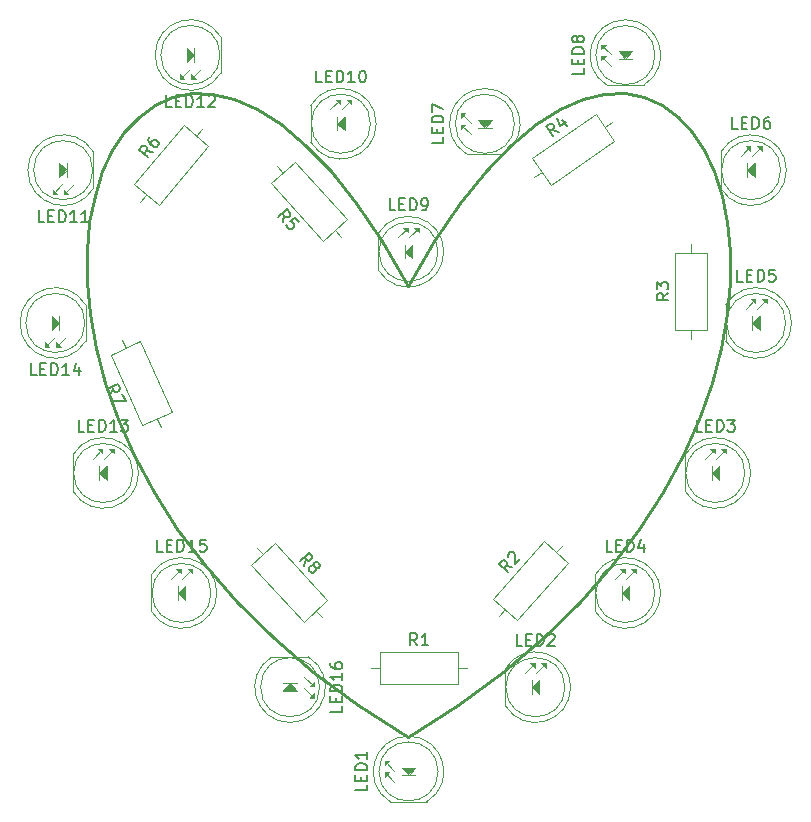
<source format=gbr>
%TF.GenerationSoftware,KiCad,Pcbnew,8.0.8*%
%TF.CreationDate,2025-02-15T13:56:50+02:00*%
%TF.ProjectId,Solder practice heart,536f6c64-6572-4207-9072-616374696365,rev?*%
%TF.SameCoordinates,Original*%
%TF.FileFunction,Legend,Top*%
%TF.FilePolarity,Positive*%
%FSLAX46Y46*%
G04 Gerber Fmt 4.6, Leading zero omitted, Abs format (unit mm)*
G04 Created by KiCad (PCBNEW 8.0.8) date 2025-02-15 13:56:50*
%MOMM*%
%LPD*%
G01*
G04 APERTURE LIST*
%ADD10C,0.245206*%
%ADD11C,0.150000*%
%ADD12C,0.120000*%
G04 APERTURE END LIST*
D10*
X173043584Y-74867158D02*
X174541579Y-75527430D01*
X175896908Y-76508513D01*
X177096601Y-77788023D01*
X178127688Y-79343580D01*
X178977201Y-81152800D01*
X179632168Y-83193302D01*
X180079621Y-85442704D01*
X180306590Y-87878623D01*
X180300105Y-90478678D01*
X180047197Y-93220486D01*
X179534895Y-96081665D01*
X178750231Y-99039833D01*
X177680235Y-102072609D01*
X176311936Y-105157609D01*
X174632366Y-108272452D01*
X172628555Y-111394755D01*
X170287532Y-114502137D01*
X167596329Y-117572216D01*
X164541976Y-120582609D01*
X161111503Y-123510934D01*
X157291940Y-126334809D01*
X153070318Y-129031852D01*
X148848696Y-126334809D01*
X145029133Y-123510934D01*
X141598659Y-120582609D01*
X138544306Y-117572216D01*
X135853103Y-114502137D01*
X133512080Y-111394755D01*
X131508269Y-108272452D01*
X129828699Y-105157609D01*
X128460400Y-102072609D01*
X127390404Y-99039833D01*
X126605740Y-96081665D01*
X126093438Y-93220486D01*
X125840530Y-90478678D01*
X125834045Y-87878623D01*
X126061014Y-85442704D01*
X126508467Y-83193302D01*
X127163434Y-81152800D01*
X128012947Y-79343580D01*
X129044034Y-77788023D01*
X130243727Y-76508513D01*
X131599056Y-75527430D01*
X133097051Y-74867158D01*
X134724742Y-74550078D01*
X136469161Y-74598572D01*
X138317336Y-75035023D01*
X140256300Y-75881813D01*
X142273081Y-77161324D01*
X144354710Y-78895937D01*
X146488218Y-81108035D01*
X148660635Y-83820000D01*
X150858992Y-87054215D01*
X153070318Y-90833060D01*
X155281644Y-87054215D01*
X157480000Y-83820000D01*
X159652417Y-81108035D01*
X161785925Y-78895937D01*
X163867555Y-77161324D01*
X165884336Y-75881813D01*
X167823299Y-75035023D01*
X169671475Y-74598572D01*
X171415893Y-74550078D01*
X173043584Y-74867158D01*
D11*
X131420368Y-79511125D02*
X130841323Y-79460384D01*
X131053061Y-79948865D02*
X130287016Y-79306077D01*
X130287016Y-79306077D02*
X130531888Y-79014251D01*
X130531888Y-79014251D02*
X130629584Y-78971903D01*
X130629584Y-78971903D02*
X130696671Y-78966034D01*
X130696671Y-78966034D02*
X130800237Y-78990773D01*
X130800237Y-78990773D02*
X130909672Y-79082600D01*
X130909672Y-79082600D02*
X130952020Y-79180296D01*
X130952020Y-79180296D02*
X130957889Y-79247384D01*
X130957889Y-79247384D02*
X130933149Y-79350949D01*
X130933149Y-79350949D02*
X130688278Y-79642776D01*
X131205285Y-78211728D02*
X131082849Y-78357641D01*
X131082849Y-78357641D02*
X131058109Y-78461207D01*
X131058109Y-78461207D02*
X131063979Y-78528294D01*
X131063979Y-78528294D02*
X131112196Y-78693078D01*
X131112196Y-78693078D02*
X131227500Y-78851992D01*
X131227500Y-78851992D02*
X131519326Y-79096863D01*
X131519326Y-79096863D02*
X131622892Y-79121603D01*
X131622892Y-79121603D02*
X131689979Y-79115733D01*
X131689979Y-79115733D02*
X131787675Y-79073386D01*
X131787675Y-79073386D02*
X131910111Y-78927472D01*
X131910111Y-78927472D02*
X131934851Y-78823907D01*
X131934851Y-78823907D02*
X131928981Y-78756820D01*
X131928981Y-78756820D02*
X131886634Y-78659123D01*
X131886634Y-78659123D02*
X131704242Y-78506079D01*
X131704242Y-78506079D02*
X131600677Y-78481339D01*
X131600677Y-78481339D02*
X131533589Y-78487209D01*
X131533589Y-78487209D02*
X131435893Y-78529556D01*
X131435893Y-78529556D02*
X131313457Y-78675469D01*
X131313457Y-78675469D02*
X131288718Y-78779035D01*
X131288718Y-78779035D02*
X131294587Y-78846122D01*
X131294587Y-78846122D02*
X131336935Y-78943818D01*
X147479805Y-126408582D02*
X147479805Y-126884772D01*
X147479805Y-126884772D02*
X146479805Y-126884772D01*
X146955995Y-126075248D02*
X146955995Y-125741915D01*
X147479805Y-125599058D02*
X147479805Y-126075248D01*
X147479805Y-126075248D02*
X146479805Y-126075248D01*
X146479805Y-126075248D02*
X146479805Y-125599058D01*
X147479805Y-125170486D02*
X146479805Y-125170486D01*
X146479805Y-125170486D02*
X146479805Y-124932391D01*
X146479805Y-124932391D02*
X146527424Y-124789534D01*
X146527424Y-124789534D02*
X146622662Y-124694296D01*
X146622662Y-124694296D02*
X146717900Y-124646677D01*
X146717900Y-124646677D02*
X146908376Y-124599058D01*
X146908376Y-124599058D02*
X147051233Y-124599058D01*
X147051233Y-124599058D02*
X147241709Y-124646677D01*
X147241709Y-124646677D02*
X147336947Y-124694296D01*
X147336947Y-124694296D02*
X147432186Y-124789534D01*
X147432186Y-124789534D02*
X147479805Y-124932391D01*
X147479805Y-124932391D02*
X147479805Y-125170486D01*
X147479805Y-123646677D02*
X147479805Y-124218105D01*
X147479805Y-123932391D02*
X146479805Y-123932391D01*
X146479805Y-123932391D02*
X146622662Y-124027629D01*
X146622662Y-124027629D02*
X146717900Y-124122867D01*
X146717900Y-124122867D02*
X146765519Y-124218105D01*
X146479805Y-122789534D02*
X146479805Y-122980010D01*
X146479805Y-122980010D02*
X146527424Y-123075248D01*
X146527424Y-123075248D02*
X146575043Y-123122867D01*
X146575043Y-123122867D02*
X146717900Y-123218105D01*
X146717900Y-123218105D02*
X146908376Y-123265724D01*
X146908376Y-123265724D02*
X147289328Y-123265724D01*
X147289328Y-123265724D02*
X147384566Y-123218105D01*
X147384566Y-123218105D02*
X147432186Y-123170486D01*
X147432186Y-123170486D02*
X147479805Y-123075248D01*
X147479805Y-123075248D02*
X147479805Y-122884772D01*
X147479805Y-122884772D02*
X147432186Y-122789534D01*
X147432186Y-122789534D02*
X147384566Y-122741915D01*
X147384566Y-122741915D02*
X147289328Y-122694296D01*
X147289328Y-122694296D02*
X147051233Y-122694296D01*
X147051233Y-122694296D02*
X146955995Y-122741915D01*
X146955995Y-122741915D02*
X146908376Y-122789534D01*
X146908376Y-122789534D02*
X146860757Y-122884772D01*
X146860757Y-122884772D02*
X146860757Y-123075248D01*
X146860757Y-123075248D02*
X146908376Y-123170486D01*
X146908376Y-123170486D02*
X146955995Y-123218105D01*
X146955995Y-123218105D02*
X147051233Y-123265724D01*
X133029761Y-75706332D02*
X132553571Y-75706332D01*
X132553571Y-75706332D02*
X132553571Y-74706332D01*
X133363095Y-75182522D02*
X133696428Y-75182522D01*
X133839285Y-75706332D02*
X133363095Y-75706332D01*
X133363095Y-75706332D02*
X133363095Y-74706332D01*
X133363095Y-74706332D02*
X133839285Y-74706332D01*
X134267857Y-75706332D02*
X134267857Y-74706332D01*
X134267857Y-74706332D02*
X134505952Y-74706332D01*
X134505952Y-74706332D02*
X134648809Y-74753951D01*
X134648809Y-74753951D02*
X134744047Y-74849189D01*
X134744047Y-74849189D02*
X134791666Y-74944427D01*
X134791666Y-74944427D02*
X134839285Y-75134903D01*
X134839285Y-75134903D02*
X134839285Y-75277760D01*
X134839285Y-75277760D02*
X134791666Y-75468236D01*
X134791666Y-75468236D02*
X134744047Y-75563474D01*
X134744047Y-75563474D02*
X134648809Y-75658713D01*
X134648809Y-75658713D02*
X134505952Y-75706332D01*
X134505952Y-75706332D02*
X134267857Y-75706332D01*
X135791666Y-75706332D02*
X135220238Y-75706332D01*
X135505952Y-75706332D02*
X135505952Y-74706332D01*
X135505952Y-74706332D02*
X135410714Y-74849189D01*
X135410714Y-74849189D02*
X135315476Y-74944427D01*
X135315476Y-74944427D02*
X135220238Y-74992046D01*
X136172619Y-74801570D02*
X136220238Y-74753951D01*
X136220238Y-74753951D02*
X136315476Y-74706332D01*
X136315476Y-74706332D02*
X136553571Y-74706332D01*
X136553571Y-74706332D02*
X136648809Y-74753951D01*
X136648809Y-74753951D02*
X136696428Y-74801570D01*
X136696428Y-74801570D02*
X136744047Y-74896808D01*
X136744047Y-74896808D02*
X136744047Y-74992046D01*
X136744047Y-74992046D02*
X136696428Y-75134903D01*
X136696428Y-75134903D02*
X136125000Y-75706332D01*
X136125000Y-75706332D02*
X136744047Y-75706332D01*
X161892875Y-114643646D02*
X161315953Y-114572727D01*
X161510515Y-115068300D02*
X160767370Y-114399170D01*
X160767370Y-114399170D02*
X161022277Y-114116067D01*
X161022277Y-114116067D02*
X161121392Y-114077154D01*
X161121392Y-114077154D02*
X161188643Y-114073630D01*
X161188643Y-114073630D02*
X161291282Y-114101969D01*
X161291282Y-114101969D02*
X161397446Y-114197559D01*
X161397446Y-114197559D02*
X161436358Y-114296673D01*
X161436358Y-114296673D02*
X161439882Y-114363925D01*
X161439882Y-114363925D02*
X161411544Y-114466564D01*
X161411544Y-114466564D02*
X161156637Y-114749667D01*
X161475413Y-113755139D02*
X161471889Y-113687888D01*
X161471889Y-113687888D02*
X161500228Y-113585249D01*
X161500228Y-113585249D02*
X161659544Y-113408310D01*
X161659544Y-113408310D02*
X161758659Y-113369397D01*
X161758659Y-113369397D02*
X161825910Y-113365873D01*
X161825910Y-113365873D02*
X161928549Y-113394212D01*
X161928549Y-113394212D02*
X161999325Y-113457939D01*
X161999325Y-113457939D02*
X162073625Y-113588916D01*
X162073625Y-113588916D02*
X162115919Y-114395931D01*
X162115919Y-114395931D02*
X162530143Y-113935889D01*
X127813509Y-100084707D02*
X128112952Y-99586508D01*
X127581088Y-99562681D02*
X128494634Y-99155944D01*
X128494634Y-99155944D02*
X128649581Y-99503962D01*
X128649581Y-99503962D02*
X128644816Y-99610334D01*
X128644816Y-99610334D02*
X128620682Y-99673205D01*
X128620682Y-99673205D02*
X128553046Y-99755444D01*
X128553046Y-99755444D02*
X128422540Y-99813549D01*
X128422540Y-99813549D02*
X128316167Y-99808784D01*
X128316167Y-99808784D02*
X128253296Y-99784650D01*
X128253296Y-99784650D02*
X128171057Y-99717014D01*
X128171057Y-99717014D02*
X128016110Y-99368997D01*
X128862634Y-99982485D02*
X129133791Y-100591516D01*
X129133791Y-100591516D02*
X128045930Y-100606733D01*
X132277533Y-113334819D02*
X131801343Y-113334819D01*
X131801343Y-113334819D02*
X131801343Y-112334819D01*
X132610867Y-112811009D02*
X132944200Y-112811009D01*
X133087057Y-113334819D02*
X132610867Y-113334819D01*
X132610867Y-113334819D02*
X132610867Y-112334819D01*
X132610867Y-112334819D02*
X133087057Y-112334819D01*
X133515629Y-113334819D02*
X133515629Y-112334819D01*
X133515629Y-112334819D02*
X133753724Y-112334819D01*
X133753724Y-112334819D02*
X133896581Y-112382438D01*
X133896581Y-112382438D02*
X133991819Y-112477676D01*
X133991819Y-112477676D02*
X134039438Y-112572914D01*
X134039438Y-112572914D02*
X134087057Y-112763390D01*
X134087057Y-112763390D02*
X134087057Y-112906247D01*
X134087057Y-112906247D02*
X134039438Y-113096723D01*
X134039438Y-113096723D02*
X133991819Y-113191961D01*
X133991819Y-113191961D02*
X133896581Y-113287200D01*
X133896581Y-113287200D02*
X133753724Y-113334819D01*
X133753724Y-113334819D02*
X133515629Y-113334819D01*
X135039438Y-113334819D02*
X134468010Y-113334819D01*
X134753724Y-113334819D02*
X134753724Y-112334819D01*
X134753724Y-112334819D02*
X134658486Y-112477676D01*
X134658486Y-112477676D02*
X134563248Y-112572914D01*
X134563248Y-112572914D02*
X134468010Y-112620533D01*
X135944200Y-112334819D02*
X135468010Y-112334819D01*
X135468010Y-112334819D02*
X135420391Y-112811009D01*
X135420391Y-112811009D02*
X135468010Y-112763390D01*
X135468010Y-112763390D02*
X135563248Y-112715771D01*
X135563248Y-112715771D02*
X135801343Y-112715771D01*
X135801343Y-112715771D02*
X135896581Y-112763390D01*
X135896581Y-112763390D02*
X135944200Y-112811009D01*
X135944200Y-112811009D02*
X135991819Y-112906247D01*
X135991819Y-112906247D02*
X135991819Y-113144342D01*
X135991819Y-113144342D02*
X135944200Y-113239580D01*
X135944200Y-113239580D02*
X135896581Y-113287200D01*
X135896581Y-113287200D02*
X135801343Y-113334819D01*
X135801343Y-113334819D02*
X135563248Y-113334819D01*
X135563248Y-113334819D02*
X135468010Y-113287200D01*
X135468010Y-113287200D02*
X135420391Y-113239580D01*
X170330952Y-113334819D02*
X169854762Y-113334819D01*
X169854762Y-113334819D02*
X169854762Y-112334819D01*
X170664286Y-112811009D02*
X170997619Y-112811009D01*
X171140476Y-113334819D02*
X170664286Y-113334819D01*
X170664286Y-113334819D02*
X170664286Y-112334819D01*
X170664286Y-112334819D02*
X171140476Y-112334819D01*
X171569048Y-113334819D02*
X171569048Y-112334819D01*
X171569048Y-112334819D02*
X171807143Y-112334819D01*
X171807143Y-112334819D02*
X171950000Y-112382438D01*
X171950000Y-112382438D02*
X172045238Y-112477676D01*
X172045238Y-112477676D02*
X172092857Y-112572914D01*
X172092857Y-112572914D02*
X172140476Y-112763390D01*
X172140476Y-112763390D02*
X172140476Y-112906247D01*
X172140476Y-112906247D02*
X172092857Y-113096723D01*
X172092857Y-113096723D02*
X172045238Y-113191961D01*
X172045238Y-113191961D02*
X171950000Y-113287200D01*
X171950000Y-113287200D02*
X171807143Y-113334819D01*
X171807143Y-113334819D02*
X171569048Y-113334819D01*
X172997619Y-112668152D02*
X172997619Y-113334819D01*
X172759524Y-112287200D02*
X172521429Y-113001485D01*
X172521429Y-113001485D02*
X173140476Y-113001485D01*
X151969668Y-84441515D02*
X151493478Y-84441515D01*
X151493478Y-84441515D02*
X151493478Y-83441515D01*
X152303002Y-83917705D02*
X152636335Y-83917705D01*
X152779192Y-84441515D02*
X152303002Y-84441515D01*
X152303002Y-84441515D02*
X152303002Y-83441515D01*
X152303002Y-83441515D02*
X152779192Y-83441515D01*
X153207764Y-84441515D02*
X153207764Y-83441515D01*
X153207764Y-83441515D02*
X153445859Y-83441515D01*
X153445859Y-83441515D02*
X153588716Y-83489134D01*
X153588716Y-83489134D02*
X153683954Y-83584372D01*
X153683954Y-83584372D02*
X153731573Y-83679610D01*
X153731573Y-83679610D02*
X153779192Y-83870086D01*
X153779192Y-83870086D02*
X153779192Y-84012943D01*
X153779192Y-84012943D02*
X153731573Y-84203419D01*
X153731573Y-84203419D02*
X153683954Y-84298657D01*
X153683954Y-84298657D02*
X153588716Y-84393896D01*
X153588716Y-84393896D02*
X153445859Y-84441515D01*
X153445859Y-84441515D02*
X153207764Y-84441515D01*
X154255383Y-84441515D02*
X154445859Y-84441515D01*
X154445859Y-84441515D02*
X154541097Y-84393896D01*
X154541097Y-84393896D02*
X154588716Y-84346276D01*
X154588716Y-84346276D02*
X154683954Y-84203419D01*
X154683954Y-84203419D02*
X154731573Y-84012943D01*
X154731573Y-84012943D02*
X154731573Y-83631991D01*
X154731573Y-83631991D02*
X154683954Y-83536753D01*
X154683954Y-83536753D02*
X154636335Y-83489134D01*
X154636335Y-83489134D02*
X154541097Y-83441515D01*
X154541097Y-83441515D02*
X154350621Y-83441515D01*
X154350621Y-83441515D02*
X154255383Y-83489134D01*
X154255383Y-83489134D02*
X154207764Y-83536753D01*
X154207764Y-83536753D02*
X154160145Y-83631991D01*
X154160145Y-83631991D02*
X154160145Y-83870086D01*
X154160145Y-83870086D02*
X154207764Y-83965324D01*
X154207764Y-83965324D02*
X154255383Y-84012943D01*
X154255383Y-84012943D02*
X154350621Y-84060562D01*
X154350621Y-84060562D02*
X154541097Y-84060562D01*
X154541097Y-84060562D02*
X154636335Y-84012943D01*
X154636335Y-84012943D02*
X154683954Y-83965324D01*
X154683954Y-83965324D02*
X154731573Y-83870086D01*
X177950952Y-103174819D02*
X177474762Y-103174819D01*
X177474762Y-103174819D02*
X177474762Y-102174819D01*
X178284286Y-102651009D02*
X178617619Y-102651009D01*
X178760476Y-103174819D02*
X178284286Y-103174819D01*
X178284286Y-103174819D02*
X178284286Y-102174819D01*
X178284286Y-102174819D02*
X178760476Y-102174819D01*
X179189048Y-103174819D02*
X179189048Y-102174819D01*
X179189048Y-102174819D02*
X179427143Y-102174819D01*
X179427143Y-102174819D02*
X179570000Y-102222438D01*
X179570000Y-102222438D02*
X179665238Y-102317676D01*
X179665238Y-102317676D02*
X179712857Y-102412914D01*
X179712857Y-102412914D02*
X179760476Y-102603390D01*
X179760476Y-102603390D02*
X179760476Y-102746247D01*
X179760476Y-102746247D02*
X179712857Y-102936723D01*
X179712857Y-102936723D02*
X179665238Y-103031961D01*
X179665238Y-103031961D02*
X179570000Y-103127200D01*
X179570000Y-103127200D02*
X179427143Y-103174819D01*
X179427143Y-103174819D02*
X179189048Y-103174819D01*
X180093810Y-102174819D02*
X180712857Y-102174819D01*
X180712857Y-102174819D02*
X180379524Y-102555771D01*
X180379524Y-102555771D02*
X180522381Y-102555771D01*
X180522381Y-102555771D02*
X180617619Y-102603390D01*
X180617619Y-102603390D02*
X180665238Y-102651009D01*
X180665238Y-102651009D02*
X180712857Y-102746247D01*
X180712857Y-102746247D02*
X180712857Y-102984342D01*
X180712857Y-102984342D02*
X180665238Y-103079580D01*
X180665238Y-103079580D02*
X180617619Y-103127200D01*
X180617619Y-103127200D02*
X180522381Y-103174819D01*
X180522381Y-103174819D02*
X180236667Y-103174819D01*
X180236667Y-103174819D02*
X180141429Y-103127200D01*
X180141429Y-103127200D02*
X180093810Y-103079580D01*
X181404630Y-90474819D02*
X180928440Y-90474819D01*
X180928440Y-90474819D02*
X180928440Y-89474819D01*
X181737964Y-89951009D02*
X182071297Y-89951009D01*
X182214154Y-90474819D02*
X181737964Y-90474819D01*
X181737964Y-90474819D02*
X181737964Y-89474819D01*
X181737964Y-89474819D02*
X182214154Y-89474819D01*
X182642726Y-90474819D02*
X182642726Y-89474819D01*
X182642726Y-89474819D02*
X182880821Y-89474819D01*
X182880821Y-89474819D02*
X183023678Y-89522438D01*
X183023678Y-89522438D02*
X183118916Y-89617676D01*
X183118916Y-89617676D02*
X183166535Y-89712914D01*
X183166535Y-89712914D02*
X183214154Y-89903390D01*
X183214154Y-89903390D02*
X183214154Y-90046247D01*
X183214154Y-90046247D02*
X183166535Y-90236723D01*
X183166535Y-90236723D02*
X183118916Y-90331961D01*
X183118916Y-90331961D02*
X183023678Y-90427200D01*
X183023678Y-90427200D02*
X182880821Y-90474819D01*
X182880821Y-90474819D02*
X182642726Y-90474819D01*
X184118916Y-89474819D02*
X183642726Y-89474819D01*
X183642726Y-89474819D02*
X183595107Y-89951009D01*
X183595107Y-89951009D02*
X183642726Y-89903390D01*
X183642726Y-89903390D02*
X183737964Y-89855771D01*
X183737964Y-89855771D02*
X183976059Y-89855771D01*
X183976059Y-89855771D02*
X184071297Y-89903390D01*
X184071297Y-89903390D02*
X184118916Y-89951009D01*
X184118916Y-89951009D02*
X184166535Y-90046247D01*
X184166535Y-90046247D02*
X184166535Y-90284342D01*
X184166535Y-90284342D02*
X184118916Y-90379580D01*
X184118916Y-90379580D02*
X184071297Y-90427200D01*
X184071297Y-90427200D02*
X183976059Y-90474819D01*
X183976059Y-90474819D02*
X183737964Y-90474819D01*
X183737964Y-90474819D02*
X183642726Y-90427200D01*
X183642726Y-90427200D02*
X183595107Y-90379580D01*
X167949819Y-72415560D02*
X167949819Y-72891750D01*
X167949819Y-72891750D02*
X166949819Y-72891750D01*
X167426009Y-72082226D02*
X167426009Y-71748893D01*
X167949819Y-71606036D02*
X167949819Y-72082226D01*
X167949819Y-72082226D02*
X166949819Y-72082226D01*
X166949819Y-72082226D02*
X166949819Y-71606036D01*
X167949819Y-71177464D02*
X166949819Y-71177464D01*
X166949819Y-71177464D02*
X166949819Y-70939369D01*
X166949819Y-70939369D02*
X166997438Y-70796512D01*
X166997438Y-70796512D02*
X167092676Y-70701274D01*
X167092676Y-70701274D02*
X167187914Y-70653655D01*
X167187914Y-70653655D02*
X167378390Y-70606036D01*
X167378390Y-70606036D02*
X167521247Y-70606036D01*
X167521247Y-70606036D02*
X167711723Y-70653655D01*
X167711723Y-70653655D02*
X167806961Y-70701274D01*
X167806961Y-70701274D02*
X167902200Y-70796512D01*
X167902200Y-70796512D02*
X167949819Y-70939369D01*
X167949819Y-70939369D02*
X167949819Y-71177464D01*
X167378390Y-70034607D02*
X167330771Y-70129845D01*
X167330771Y-70129845D02*
X167283152Y-70177464D01*
X167283152Y-70177464D02*
X167187914Y-70225083D01*
X167187914Y-70225083D02*
X167140295Y-70225083D01*
X167140295Y-70225083D02*
X167045057Y-70177464D01*
X167045057Y-70177464D02*
X166997438Y-70129845D01*
X166997438Y-70129845D02*
X166949819Y-70034607D01*
X166949819Y-70034607D02*
X166949819Y-69844131D01*
X166949819Y-69844131D02*
X166997438Y-69748893D01*
X166997438Y-69748893D02*
X167045057Y-69701274D01*
X167045057Y-69701274D02*
X167140295Y-69653655D01*
X167140295Y-69653655D02*
X167187914Y-69653655D01*
X167187914Y-69653655D02*
X167283152Y-69701274D01*
X167283152Y-69701274D02*
X167330771Y-69748893D01*
X167330771Y-69748893D02*
X167378390Y-69844131D01*
X167378390Y-69844131D02*
X167378390Y-70034607D01*
X167378390Y-70034607D02*
X167426009Y-70129845D01*
X167426009Y-70129845D02*
X167473628Y-70177464D01*
X167473628Y-70177464D02*
X167568866Y-70225083D01*
X167568866Y-70225083D02*
X167759342Y-70225083D01*
X167759342Y-70225083D02*
X167854580Y-70177464D01*
X167854580Y-70177464D02*
X167902200Y-70129845D01*
X167902200Y-70129845D02*
X167949819Y-70034607D01*
X167949819Y-70034607D02*
X167949819Y-69844131D01*
X167949819Y-69844131D02*
X167902200Y-69748893D01*
X167902200Y-69748893D02*
X167854580Y-69701274D01*
X167854580Y-69701274D02*
X167759342Y-69653655D01*
X167759342Y-69653655D02*
X167568866Y-69653655D01*
X167568866Y-69653655D02*
X167473628Y-69701274D01*
X167473628Y-69701274D02*
X167426009Y-69748893D01*
X167426009Y-69748893D02*
X167378390Y-69844131D01*
X144281994Y-114520536D02*
X144402925Y-113951991D01*
X143892280Y-114102620D02*
X144623634Y-113420622D01*
X144623634Y-113420622D02*
X144883443Y-113699233D01*
X144883443Y-113699233D02*
X144913569Y-113801361D01*
X144913569Y-113801361D02*
X144911219Y-113868664D01*
X144911219Y-113868664D02*
X144874042Y-113968442D01*
X144874042Y-113968442D02*
X144769563Y-114065871D01*
X144769563Y-114065871D02*
X144667434Y-114095997D01*
X144667434Y-114095997D02*
X144600132Y-114093646D01*
X144600132Y-114093646D02*
X144500353Y-114056470D01*
X144500353Y-114056470D02*
X144240544Y-113777859D01*
X145089624Y-114548739D02*
X145059498Y-114446611D01*
X145059498Y-114446611D02*
X145061848Y-114379308D01*
X145061848Y-114379308D02*
X145099025Y-114279530D01*
X145099025Y-114279530D02*
X145133851Y-114247053D01*
X145133851Y-114247053D02*
X145235980Y-114216928D01*
X145235980Y-114216928D02*
X145303282Y-114219278D01*
X145303282Y-114219278D02*
X145403061Y-114256454D01*
X145403061Y-114256454D02*
X145532965Y-114395760D01*
X145532965Y-114395760D02*
X145563091Y-114497889D01*
X145563091Y-114497889D02*
X145560741Y-114565191D01*
X145560741Y-114565191D02*
X145523564Y-114664970D01*
X145523564Y-114664970D02*
X145488738Y-114697446D01*
X145488738Y-114697446D02*
X145386609Y-114727572D01*
X145386609Y-114727572D02*
X145319307Y-114725222D01*
X145319307Y-114725222D02*
X145219528Y-114688045D01*
X145219528Y-114688045D02*
X145089624Y-114548739D01*
X145089624Y-114548739D02*
X144989845Y-114511563D01*
X144989845Y-114511563D02*
X144922543Y-114509213D01*
X144922543Y-114509213D02*
X144820414Y-114539338D01*
X144820414Y-114539338D02*
X144681108Y-114669243D01*
X144681108Y-114669243D02*
X144643932Y-114769021D01*
X144643932Y-114769021D02*
X144641581Y-114836324D01*
X144641581Y-114836324D02*
X144671707Y-114938453D01*
X144671707Y-114938453D02*
X144801612Y-115077758D01*
X144801612Y-115077758D02*
X144901390Y-115114935D01*
X144901390Y-115114935D02*
X144968693Y-115117285D01*
X144968693Y-115117285D02*
X145070822Y-115087159D01*
X145070822Y-115087159D02*
X145210127Y-114957255D01*
X145210127Y-114957255D02*
X145247304Y-114857476D01*
X145247304Y-114857476D02*
X145249654Y-114790174D01*
X145249654Y-114790174D02*
X145219528Y-114688045D01*
X122257123Y-85457708D02*
X121780933Y-85457708D01*
X121780933Y-85457708D02*
X121780933Y-84457708D01*
X122590457Y-84933898D02*
X122923790Y-84933898D01*
X123066647Y-85457708D02*
X122590457Y-85457708D01*
X122590457Y-85457708D02*
X122590457Y-84457708D01*
X122590457Y-84457708D02*
X123066647Y-84457708D01*
X123495219Y-85457708D02*
X123495219Y-84457708D01*
X123495219Y-84457708D02*
X123733314Y-84457708D01*
X123733314Y-84457708D02*
X123876171Y-84505327D01*
X123876171Y-84505327D02*
X123971409Y-84600565D01*
X123971409Y-84600565D02*
X124019028Y-84695803D01*
X124019028Y-84695803D02*
X124066647Y-84886279D01*
X124066647Y-84886279D02*
X124066647Y-85029136D01*
X124066647Y-85029136D02*
X124019028Y-85219612D01*
X124019028Y-85219612D02*
X123971409Y-85314850D01*
X123971409Y-85314850D02*
X123876171Y-85410089D01*
X123876171Y-85410089D02*
X123733314Y-85457708D01*
X123733314Y-85457708D02*
X123495219Y-85457708D01*
X125019028Y-85457708D02*
X124447600Y-85457708D01*
X124733314Y-85457708D02*
X124733314Y-84457708D01*
X124733314Y-84457708D02*
X124638076Y-84600565D01*
X124638076Y-84600565D02*
X124542838Y-84695803D01*
X124542838Y-84695803D02*
X124447600Y-84743422D01*
X125971409Y-85457708D02*
X125399981Y-85457708D01*
X125685695Y-85457708D02*
X125685695Y-84457708D01*
X125685695Y-84457708D02*
X125590457Y-84600565D01*
X125590457Y-84600565D02*
X125495219Y-84695803D01*
X125495219Y-84695803D02*
X125399981Y-84743422D01*
X156047621Y-78234790D02*
X156047621Y-78710980D01*
X156047621Y-78710980D02*
X155047621Y-78710980D01*
X155523811Y-77901456D02*
X155523811Y-77568123D01*
X156047621Y-77425266D02*
X156047621Y-77901456D01*
X156047621Y-77901456D02*
X155047621Y-77901456D01*
X155047621Y-77901456D02*
X155047621Y-77425266D01*
X156047621Y-76996694D02*
X155047621Y-76996694D01*
X155047621Y-76996694D02*
X155047621Y-76758599D01*
X155047621Y-76758599D02*
X155095240Y-76615742D01*
X155095240Y-76615742D02*
X155190478Y-76520504D01*
X155190478Y-76520504D02*
X155285716Y-76472885D01*
X155285716Y-76472885D02*
X155476192Y-76425266D01*
X155476192Y-76425266D02*
X155619049Y-76425266D01*
X155619049Y-76425266D02*
X155809525Y-76472885D01*
X155809525Y-76472885D02*
X155904763Y-76520504D01*
X155904763Y-76520504D02*
X156000002Y-76615742D01*
X156000002Y-76615742D02*
X156047621Y-76758599D01*
X156047621Y-76758599D02*
X156047621Y-76996694D01*
X155047621Y-76091932D02*
X155047621Y-75425266D01*
X155047621Y-75425266D02*
X156047621Y-75853837D01*
X142434889Y-85440616D02*
X142565724Y-84874267D01*
X142052528Y-85015962D02*
X142795673Y-84346831D01*
X142795673Y-84346831D02*
X143050580Y-84629934D01*
X143050580Y-84629934D02*
X143078919Y-84732573D01*
X143078919Y-84732573D02*
X143075394Y-84799824D01*
X143075394Y-84799824D02*
X143036482Y-84898939D01*
X143036482Y-84898939D02*
X142930319Y-84994529D01*
X142930319Y-84994529D02*
X142827679Y-85022868D01*
X142827679Y-85022868D02*
X142760428Y-85019343D01*
X142760428Y-85019343D02*
X142661314Y-84980431D01*
X142661314Y-84980431D02*
X142406407Y-84697328D01*
X143783437Y-85443854D02*
X143464804Y-85089976D01*
X143464804Y-85089976D02*
X143079062Y-85373222D01*
X143079062Y-85373222D02*
X143146313Y-85376746D01*
X143146313Y-85376746D02*
X143245428Y-85415658D01*
X143245428Y-85415658D02*
X143404744Y-85592598D01*
X143404744Y-85592598D02*
X143433083Y-85695237D01*
X143433083Y-85695237D02*
X143429559Y-85762488D01*
X143429559Y-85762488D02*
X143390647Y-85861602D01*
X143390647Y-85861602D02*
X143213707Y-86020919D01*
X143213707Y-86020919D02*
X143111068Y-86049258D01*
X143111068Y-86049258D02*
X143043817Y-86045734D01*
X143043817Y-86045734D02*
X142944702Y-86006821D01*
X142944702Y-86006821D02*
X142785386Y-85829882D01*
X142785386Y-85829882D02*
X142757047Y-85727243D01*
X142757047Y-85727243D02*
X142760571Y-85659992D01*
X121594761Y-98394819D02*
X121118571Y-98394819D01*
X121118571Y-98394819D02*
X121118571Y-97394819D01*
X121928095Y-97871009D02*
X122261428Y-97871009D01*
X122404285Y-98394819D02*
X121928095Y-98394819D01*
X121928095Y-98394819D02*
X121928095Y-97394819D01*
X121928095Y-97394819D02*
X122404285Y-97394819D01*
X122832857Y-98394819D02*
X122832857Y-97394819D01*
X122832857Y-97394819D02*
X123070952Y-97394819D01*
X123070952Y-97394819D02*
X123213809Y-97442438D01*
X123213809Y-97442438D02*
X123309047Y-97537676D01*
X123309047Y-97537676D02*
X123356666Y-97632914D01*
X123356666Y-97632914D02*
X123404285Y-97823390D01*
X123404285Y-97823390D02*
X123404285Y-97966247D01*
X123404285Y-97966247D02*
X123356666Y-98156723D01*
X123356666Y-98156723D02*
X123309047Y-98251961D01*
X123309047Y-98251961D02*
X123213809Y-98347200D01*
X123213809Y-98347200D02*
X123070952Y-98394819D01*
X123070952Y-98394819D02*
X122832857Y-98394819D01*
X124356666Y-98394819D02*
X123785238Y-98394819D01*
X124070952Y-98394819D02*
X124070952Y-97394819D01*
X124070952Y-97394819D02*
X123975714Y-97537676D01*
X123975714Y-97537676D02*
X123880476Y-97632914D01*
X123880476Y-97632914D02*
X123785238Y-97680533D01*
X125213809Y-97728152D02*
X125213809Y-98394819D01*
X124975714Y-97347200D02*
X124737619Y-98061485D01*
X124737619Y-98061485D02*
X125356666Y-98061485D01*
X165794939Y-77823877D02*
X165248757Y-77624997D01*
X165326852Y-78151635D02*
X164753276Y-77332483D01*
X164753276Y-77332483D02*
X165065334Y-77113978D01*
X165065334Y-77113978D02*
X165170661Y-77098359D01*
X165170661Y-77098359D02*
X165236982Y-77110053D01*
X165236982Y-77110053D02*
X165330615Y-77160754D01*
X165330615Y-77160754D02*
X165412555Y-77277776D01*
X165412555Y-77277776D02*
X165428174Y-77383104D01*
X165428174Y-77383104D02*
X165416480Y-77449424D01*
X165416480Y-77449424D02*
X165365778Y-77543058D01*
X165365778Y-77543058D02*
X165053721Y-77761563D01*
X166114685Y-76786139D02*
X166497069Y-77332240D01*
X165701144Y-76610647D02*
X165915805Y-77332321D01*
X165915805Y-77332321D02*
X166422899Y-76977250D01*
X145770595Y-73605562D02*
X145294405Y-73605562D01*
X145294405Y-73605562D02*
X145294405Y-72605562D01*
X146103929Y-73081752D02*
X146437262Y-73081752D01*
X146580119Y-73605562D02*
X146103929Y-73605562D01*
X146103929Y-73605562D02*
X146103929Y-72605562D01*
X146103929Y-72605562D02*
X146580119Y-72605562D01*
X147008691Y-73605562D02*
X147008691Y-72605562D01*
X147008691Y-72605562D02*
X147246786Y-72605562D01*
X147246786Y-72605562D02*
X147389643Y-72653181D01*
X147389643Y-72653181D02*
X147484881Y-72748419D01*
X147484881Y-72748419D02*
X147532500Y-72843657D01*
X147532500Y-72843657D02*
X147580119Y-73034133D01*
X147580119Y-73034133D02*
X147580119Y-73176990D01*
X147580119Y-73176990D02*
X147532500Y-73367466D01*
X147532500Y-73367466D02*
X147484881Y-73462704D01*
X147484881Y-73462704D02*
X147389643Y-73557943D01*
X147389643Y-73557943D02*
X147246786Y-73605562D01*
X147246786Y-73605562D02*
X147008691Y-73605562D01*
X148532500Y-73605562D02*
X147961072Y-73605562D01*
X148246786Y-73605562D02*
X148246786Y-72605562D01*
X148246786Y-72605562D02*
X148151548Y-72748419D01*
X148151548Y-72748419D02*
X148056310Y-72843657D01*
X148056310Y-72843657D02*
X147961072Y-72891276D01*
X149151548Y-72605562D02*
X149246786Y-72605562D01*
X149246786Y-72605562D02*
X149342024Y-72653181D01*
X149342024Y-72653181D02*
X149389643Y-72700800D01*
X149389643Y-72700800D02*
X149437262Y-72796038D01*
X149437262Y-72796038D02*
X149484881Y-72986514D01*
X149484881Y-72986514D02*
X149484881Y-73224609D01*
X149484881Y-73224609D02*
X149437262Y-73415085D01*
X149437262Y-73415085D02*
X149389643Y-73510323D01*
X149389643Y-73510323D02*
X149342024Y-73557943D01*
X149342024Y-73557943D02*
X149246786Y-73605562D01*
X149246786Y-73605562D02*
X149151548Y-73605562D01*
X149151548Y-73605562D02*
X149056310Y-73557943D01*
X149056310Y-73557943D02*
X149008691Y-73510323D01*
X149008691Y-73510323D02*
X148961072Y-73415085D01*
X148961072Y-73415085D02*
X148913453Y-73224609D01*
X148913453Y-73224609D02*
X148913453Y-72986514D01*
X148913453Y-72986514D02*
X148961072Y-72796038D01*
X148961072Y-72796038D02*
X149008691Y-72700800D01*
X149008691Y-72700800D02*
X149056310Y-72653181D01*
X149056310Y-72653181D02*
X149151548Y-72605562D01*
X162710952Y-121313163D02*
X162234762Y-121313163D01*
X162234762Y-121313163D02*
X162234762Y-120313163D01*
X163044286Y-120789353D02*
X163377619Y-120789353D01*
X163520476Y-121313163D02*
X163044286Y-121313163D01*
X163044286Y-121313163D02*
X163044286Y-120313163D01*
X163044286Y-120313163D02*
X163520476Y-120313163D01*
X163949048Y-121313163D02*
X163949048Y-120313163D01*
X163949048Y-120313163D02*
X164187143Y-120313163D01*
X164187143Y-120313163D02*
X164330000Y-120360782D01*
X164330000Y-120360782D02*
X164425238Y-120456020D01*
X164425238Y-120456020D02*
X164472857Y-120551258D01*
X164472857Y-120551258D02*
X164520476Y-120741734D01*
X164520476Y-120741734D02*
X164520476Y-120884591D01*
X164520476Y-120884591D02*
X164472857Y-121075067D01*
X164472857Y-121075067D02*
X164425238Y-121170305D01*
X164425238Y-121170305D02*
X164330000Y-121265544D01*
X164330000Y-121265544D02*
X164187143Y-121313163D01*
X164187143Y-121313163D02*
X163949048Y-121313163D01*
X164901429Y-120408401D02*
X164949048Y-120360782D01*
X164949048Y-120360782D02*
X165044286Y-120313163D01*
X165044286Y-120313163D02*
X165282381Y-120313163D01*
X165282381Y-120313163D02*
X165377619Y-120360782D01*
X165377619Y-120360782D02*
X165425238Y-120408401D01*
X165425238Y-120408401D02*
X165472857Y-120503639D01*
X165472857Y-120503639D02*
X165472857Y-120598877D01*
X165472857Y-120598877D02*
X165425238Y-120741734D01*
X165425238Y-120741734D02*
X164853810Y-121313163D01*
X164853810Y-121313163D02*
X165472857Y-121313163D01*
X175095309Y-91461780D02*
X174619118Y-91795113D01*
X175095309Y-92033208D02*
X174095309Y-92033208D01*
X174095309Y-92033208D02*
X174095309Y-91652256D01*
X174095309Y-91652256D02*
X174142928Y-91557018D01*
X174142928Y-91557018D02*
X174190547Y-91509399D01*
X174190547Y-91509399D02*
X174285785Y-91461780D01*
X174285785Y-91461780D02*
X174428642Y-91461780D01*
X174428642Y-91461780D02*
X174523880Y-91509399D01*
X174523880Y-91509399D02*
X174571499Y-91557018D01*
X174571499Y-91557018D02*
X174619118Y-91652256D01*
X174619118Y-91652256D02*
X174619118Y-92033208D01*
X174095309Y-91128446D02*
X174095309Y-90509399D01*
X174095309Y-90509399D02*
X174476261Y-90842732D01*
X174476261Y-90842732D02*
X174476261Y-90699875D01*
X174476261Y-90699875D02*
X174523880Y-90604637D01*
X174523880Y-90604637D02*
X174571499Y-90557018D01*
X174571499Y-90557018D02*
X174666737Y-90509399D01*
X174666737Y-90509399D02*
X174904832Y-90509399D01*
X174904832Y-90509399D02*
X175000070Y-90557018D01*
X175000070Y-90557018D02*
X175047690Y-90604637D01*
X175047690Y-90604637D02*
X175095309Y-90699875D01*
X175095309Y-90699875D02*
X175095309Y-90985589D01*
X175095309Y-90985589D02*
X175047690Y-91080827D01*
X175047690Y-91080827D02*
X175000070Y-91128446D01*
X153821199Y-121264461D02*
X153487866Y-120788270D01*
X153249771Y-121264461D02*
X153249771Y-120264461D01*
X153249771Y-120264461D02*
X153630723Y-120264461D01*
X153630723Y-120264461D02*
X153725961Y-120312080D01*
X153725961Y-120312080D02*
X153773580Y-120359699D01*
X153773580Y-120359699D02*
X153821199Y-120454937D01*
X153821199Y-120454937D02*
X153821199Y-120597794D01*
X153821199Y-120597794D02*
X153773580Y-120693032D01*
X153773580Y-120693032D02*
X153725961Y-120740651D01*
X153725961Y-120740651D02*
X153630723Y-120788270D01*
X153630723Y-120788270D02*
X153249771Y-120788270D01*
X154773580Y-121264461D02*
X154202152Y-121264461D01*
X154487866Y-121264461D02*
X154487866Y-120264461D01*
X154487866Y-120264461D02*
X154392628Y-120407318D01*
X154392628Y-120407318D02*
X154297390Y-120502556D01*
X154297390Y-120502556D02*
X154202152Y-120550175D01*
X125645760Y-103174819D02*
X125169570Y-103174819D01*
X125169570Y-103174819D02*
X125169570Y-102174819D01*
X125979094Y-102651009D02*
X126312427Y-102651009D01*
X126455284Y-103174819D02*
X125979094Y-103174819D01*
X125979094Y-103174819D02*
X125979094Y-102174819D01*
X125979094Y-102174819D02*
X126455284Y-102174819D01*
X126883856Y-103174819D02*
X126883856Y-102174819D01*
X126883856Y-102174819D02*
X127121951Y-102174819D01*
X127121951Y-102174819D02*
X127264808Y-102222438D01*
X127264808Y-102222438D02*
X127360046Y-102317676D01*
X127360046Y-102317676D02*
X127407665Y-102412914D01*
X127407665Y-102412914D02*
X127455284Y-102603390D01*
X127455284Y-102603390D02*
X127455284Y-102746247D01*
X127455284Y-102746247D02*
X127407665Y-102936723D01*
X127407665Y-102936723D02*
X127360046Y-103031961D01*
X127360046Y-103031961D02*
X127264808Y-103127200D01*
X127264808Y-103127200D02*
X127121951Y-103174819D01*
X127121951Y-103174819D02*
X126883856Y-103174819D01*
X128407665Y-103174819D02*
X127836237Y-103174819D01*
X128121951Y-103174819D02*
X128121951Y-102174819D01*
X128121951Y-102174819D02*
X128026713Y-102317676D01*
X128026713Y-102317676D02*
X127931475Y-102412914D01*
X127931475Y-102412914D02*
X127836237Y-102460533D01*
X128740999Y-102174819D02*
X129360046Y-102174819D01*
X129360046Y-102174819D02*
X129026713Y-102555771D01*
X129026713Y-102555771D02*
X129169570Y-102555771D01*
X129169570Y-102555771D02*
X129264808Y-102603390D01*
X129264808Y-102603390D02*
X129312427Y-102651009D01*
X129312427Y-102651009D02*
X129360046Y-102746247D01*
X129360046Y-102746247D02*
X129360046Y-102984342D01*
X129360046Y-102984342D02*
X129312427Y-103079580D01*
X129312427Y-103079580D02*
X129264808Y-103127200D01*
X129264808Y-103127200D02*
X129169570Y-103174819D01*
X129169570Y-103174819D02*
X128883856Y-103174819D01*
X128883856Y-103174819D02*
X128788618Y-103127200D01*
X128788618Y-103127200D02*
X128740999Y-103079580D01*
X180974374Y-77537708D02*
X180498184Y-77537708D01*
X180498184Y-77537708D02*
X180498184Y-76537708D01*
X181307708Y-77013898D02*
X181641041Y-77013898D01*
X181783898Y-77537708D02*
X181307708Y-77537708D01*
X181307708Y-77537708D02*
X181307708Y-76537708D01*
X181307708Y-76537708D02*
X181783898Y-76537708D01*
X182212470Y-77537708D02*
X182212470Y-76537708D01*
X182212470Y-76537708D02*
X182450565Y-76537708D01*
X182450565Y-76537708D02*
X182593422Y-76585327D01*
X182593422Y-76585327D02*
X182688660Y-76680565D01*
X182688660Y-76680565D02*
X182736279Y-76775803D01*
X182736279Y-76775803D02*
X182783898Y-76966279D01*
X182783898Y-76966279D02*
X182783898Y-77109136D01*
X182783898Y-77109136D02*
X182736279Y-77299612D01*
X182736279Y-77299612D02*
X182688660Y-77394850D01*
X182688660Y-77394850D02*
X182593422Y-77490089D01*
X182593422Y-77490089D02*
X182450565Y-77537708D01*
X182450565Y-77537708D02*
X182212470Y-77537708D01*
X183641041Y-76537708D02*
X183450565Y-76537708D01*
X183450565Y-76537708D02*
X183355327Y-76585327D01*
X183355327Y-76585327D02*
X183307708Y-76632946D01*
X183307708Y-76632946D02*
X183212470Y-76775803D01*
X183212470Y-76775803D02*
X183164851Y-76966279D01*
X183164851Y-76966279D02*
X183164851Y-77347231D01*
X183164851Y-77347231D02*
X183212470Y-77442469D01*
X183212470Y-77442469D02*
X183260089Y-77490089D01*
X183260089Y-77490089D02*
X183355327Y-77537708D01*
X183355327Y-77537708D02*
X183545803Y-77537708D01*
X183545803Y-77537708D02*
X183641041Y-77490089D01*
X183641041Y-77490089D02*
X183688660Y-77442469D01*
X183688660Y-77442469D02*
X183736279Y-77347231D01*
X183736279Y-77347231D02*
X183736279Y-77109136D01*
X183736279Y-77109136D02*
X183688660Y-77013898D01*
X183688660Y-77013898D02*
X183641041Y-76966279D01*
X183641041Y-76966279D02*
X183545803Y-76918660D01*
X183545803Y-76918660D02*
X183355327Y-76918660D01*
X183355327Y-76918660D02*
X183260089Y-76966279D01*
X183260089Y-76966279D02*
X183212470Y-77013898D01*
X183212470Y-77013898D02*
X183164851Y-77109136D01*
X149586304Y-133071887D02*
X149586304Y-133548077D01*
X149586304Y-133548077D02*
X148586304Y-133548077D01*
X149062494Y-132738553D02*
X149062494Y-132405220D01*
X149586304Y-132262363D02*
X149586304Y-132738553D01*
X149586304Y-132738553D02*
X148586304Y-132738553D01*
X148586304Y-132738553D02*
X148586304Y-132262363D01*
X149586304Y-131833791D02*
X148586304Y-131833791D01*
X148586304Y-131833791D02*
X148586304Y-131595696D01*
X148586304Y-131595696D02*
X148633923Y-131452839D01*
X148633923Y-131452839D02*
X148729161Y-131357601D01*
X148729161Y-131357601D02*
X148824399Y-131309982D01*
X148824399Y-131309982D02*
X149014875Y-131262363D01*
X149014875Y-131262363D02*
X149157732Y-131262363D01*
X149157732Y-131262363D02*
X149348208Y-131309982D01*
X149348208Y-131309982D02*
X149443446Y-131357601D01*
X149443446Y-131357601D02*
X149538685Y-131452839D01*
X149538685Y-131452839D02*
X149586304Y-131595696D01*
X149586304Y-131595696D02*
X149586304Y-131833791D01*
X149586304Y-130309982D02*
X149586304Y-130881410D01*
X149586304Y-130595696D02*
X148586304Y-130595696D01*
X148586304Y-130595696D02*
X148729161Y-130690934D01*
X148729161Y-130690934D02*
X148824399Y-130786172D01*
X148824399Y-130786172D02*
X148872018Y-130881410D01*
D12*
%TO.C,R6*%
X129843217Y-82238854D02*
X131942179Y-84000092D01*
X130397751Y-83709327D02*
X130892698Y-83119473D01*
X131942179Y-84000092D02*
X136146009Y-78990161D01*
X134047048Y-77228923D02*
X129843217Y-82238854D01*
X135591474Y-77519687D02*
X135096529Y-78109541D01*
X136146009Y-78990161D02*
X134047048Y-77228923D01*
%TO.C,LED16*%
X143636486Y-124495844D02*
X142493486Y-124495844D01*
X144271486Y-123924344D02*
X145096986Y-124749844D01*
X144271486Y-124876844D02*
X145096986Y-125702344D01*
X144609986Y-122253344D02*
X141519986Y-122253344D01*
X143065448Y-127803344D02*
G75*
G02*
X141520156Y-122253344I-462J2990000D01*
G01*
X144609816Y-122253344D02*
G75*
G02*
X143064524Y-127803344I-1544830J-2560000D01*
G01*
X145564986Y-124813344D02*
G75*
G02*
X140564986Y-124813344I-2500000J0D01*
G01*
X140564986Y-124813344D02*
G75*
G02*
X145564986Y-124813344I2500000J0D01*
G01*
X143636486Y-125130844D02*
X142493486Y-125130844D01*
X143064986Y-124495844D01*
X143636486Y-125130844D01*
G36*
X143636486Y-125130844D02*
G01*
X142493486Y-125130844D01*
X143064986Y-124495844D01*
X143636486Y-125130844D01*
G37*
X145096986Y-124749844D02*
X144715986Y-124749844D01*
X145096986Y-124368844D01*
X145096986Y-124749844D01*
G36*
X145096986Y-124749844D02*
G01*
X144715986Y-124749844D01*
X145096986Y-124368844D01*
X145096986Y-124749844D01*
G37*
X145096986Y-125702344D02*
X144715986Y-125702344D01*
X145096986Y-125321344D01*
X145096986Y-125702344D01*
G36*
X145096986Y-125702344D02*
G01*
X144715986Y-125702344D01*
X145096986Y-125321344D01*
X145096986Y-125702344D01*
G37*
%TO.C,LED12*%
X134561500Y-72498013D02*
X133736000Y-73323513D01*
X134942500Y-71863013D02*
X134942500Y-70720013D01*
X135514000Y-72498013D02*
X134688500Y-73323513D01*
X137185000Y-72836513D02*
X137185000Y-69746513D01*
X131635000Y-71291975D02*
G75*
G02*
X137185000Y-69746683I2990000J462D01*
G01*
X137185000Y-72836343D02*
G75*
G02*
X131635000Y-71291051I-2560000J1544830D01*
G01*
X137125000Y-71291513D02*
G75*
G02*
X132125000Y-71291513I-2500000J0D01*
G01*
X132125000Y-71291513D02*
G75*
G02*
X137125000Y-71291513I2500000J0D01*
G01*
X134117000Y-73323513D02*
X133736000Y-73323513D01*
X133736000Y-72942513D01*
X134117000Y-73323513D01*
G36*
X134117000Y-73323513D02*
G01*
X133736000Y-73323513D01*
X133736000Y-72942513D01*
X134117000Y-73323513D01*
G37*
X134942500Y-71291513D02*
X134307500Y-71863013D01*
X134307500Y-70720013D01*
X134942500Y-71291513D01*
G36*
X134942500Y-71291513D02*
G01*
X134307500Y-71863013D01*
X134307500Y-70720013D01*
X134942500Y-71291513D01*
G37*
X135069500Y-73323513D02*
X134688500Y-73323513D01*
X134688500Y-72942513D01*
X135069500Y-73323513D01*
G36*
X135069500Y-73323513D02*
G01*
X134688500Y-73323513D01*
X134688500Y-72942513D01*
X135069500Y-73323513D01*
G37*
%TO.C,R2*%
X160221489Y-117314670D02*
X162257706Y-119148089D01*
X160724366Y-118803601D02*
X161239597Y-118231380D01*
X162257706Y-119148089D02*
X166633821Y-114287923D01*
X164597604Y-112454504D02*
X160221489Y-117314670D01*
X166130941Y-112798991D02*
X165615711Y-113371212D01*
X166633821Y-114287923D02*
X164597604Y-112454504D01*
%TO.C,R7*%
X127880315Y-96657943D02*
X130540373Y-102632530D01*
X128818685Y-95397283D02*
X129131871Y-96100714D01*
X130383430Y-95543485D02*
X127880315Y-96657943D01*
X130540373Y-102632530D02*
X133043487Y-101518072D01*
X132105117Y-102778732D02*
X131791929Y-102075301D01*
X133043487Y-101518072D02*
X130383430Y-95543485D01*
%TO.C,LED15*%
X131312772Y-115295000D02*
X131312772Y-118385000D01*
X132983772Y-115633500D02*
X133809272Y-114808000D01*
X133555272Y-116268500D02*
X133555272Y-117411500D01*
X133936272Y-115633500D02*
X134761772Y-114808000D01*
X131312772Y-115295170D02*
G75*
G02*
X136862772Y-116840462I2560000J-1544830D01*
G01*
X136862772Y-116839538D02*
G75*
G02*
X131312772Y-118384830I-2990000J-462D01*
G01*
X136372772Y-116840000D02*
G75*
G02*
X131372772Y-116840000I-2500000J0D01*
G01*
X131372772Y-116840000D02*
G75*
G02*
X136372772Y-116840000I2500000J0D01*
G01*
X133809272Y-115189000D02*
X133428272Y-114808000D01*
X133809272Y-114808000D01*
X133809272Y-115189000D01*
G36*
X133809272Y-115189000D02*
G01*
X133428272Y-114808000D01*
X133809272Y-114808000D01*
X133809272Y-115189000D01*
G37*
X134190272Y-117411500D02*
X133555272Y-116840000D01*
X134190272Y-116268500D01*
X134190272Y-117411500D01*
G36*
X134190272Y-117411500D02*
G01*
X133555272Y-116840000D01*
X134190272Y-116268500D01*
X134190272Y-117411500D01*
G37*
X134761772Y-115189000D02*
X134380772Y-114808000D01*
X134761772Y-114808000D01*
X134761772Y-115189000D01*
G36*
X134761772Y-115189000D02*
G01*
X134380772Y-114808000D01*
X134761772Y-114808000D01*
X134761772Y-115189000D01*
G37*
%TO.C,LED4*%
X168890000Y-115295000D02*
X168890000Y-118385000D01*
X170561000Y-115633500D02*
X171386500Y-114808000D01*
X171132500Y-116268500D02*
X171132500Y-117411500D01*
X171513500Y-115633500D02*
X172339000Y-114808000D01*
X168890000Y-115295170D02*
G75*
G02*
X174440000Y-116840462I2560000J-1544830D01*
G01*
X174440000Y-116839538D02*
G75*
G02*
X168890000Y-118384830I-2990000J-462D01*
G01*
X173950000Y-116840000D02*
G75*
G02*
X168950000Y-116840000I-2500000J0D01*
G01*
X168950000Y-116840000D02*
G75*
G02*
X173950000Y-116840000I2500000J0D01*
G01*
X171386500Y-115189000D02*
X171005500Y-114808000D01*
X171386500Y-114808000D01*
X171386500Y-115189000D01*
G36*
X171386500Y-115189000D02*
G01*
X171005500Y-114808000D01*
X171386500Y-114808000D01*
X171386500Y-115189000D01*
G37*
X171767500Y-117411500D02*
X171132500Y-116840000D01*
X171767500Y-116268500D01*
X171767500Y-117411500D01*
G36*
X171767500Y-117411500D02*
G01*
X171132500Y-116840000D01*
X171767500Y-116268500D01*
X171767500Y-117411500D01*
G37*
X172339000Y-115189000D02*
X171958000Y-114808000D01*
X172339000Y-114808000D01*
X172339000Y-115189000D01*
G36*
X172339000Y-115189000D02*
G01*
X171958000Y-114808000D01*
X172339000Y-114808000D01*
X172339000Y-115189000D01*
G37*
%TO.C,LED9*%
X150528716Y-86401696D02*
X150528716Y-89491696D01*
X152199716Y-86740196D02*
X153025216Y-85914696D01*
X152771216Y-87375196D02*
X152771216Y-88518196D01*
X153152216Y-86740196D02*
X153977716Y-85914696D01*
X150528716Y-86401866D02*
G75*
G02*
X156078716Y-87947158I2560000J-1544830D01*
G01*
X156078716Y-87946234D02*
G75*
G02*
X150528716Y-89491526I-2990000J-462D01*
G01*
X155588716Y-87946696D02*
G75*
G02*
X150588716Y-87946696I-2500000J0D01*
G01*
X150588716Y-87946696D02*
G75*
G02*
X155588716Y-87946696I2500000J0D01*
G01*
X153025216Y-86295696D02*
X152644216Y-85914696D01*
X153025216Y-85914696D01*
X153025216Y-86295696D01*
G36*
X153025216Y-86295696D02*
G01*
X152644216Y-85914696D01*
X153025216Y-85914696D01*
X153025216Y-86295696D01*
G37*
X153406216Y-88518196D02*
X152771216Y-87946696D01*
X153406216Y-87375196D01*
X153406216Y-88518196D01*
G36*
X153406216Y-88518196D02*
G01*
X152771216Y-87946696D01*
X153406216Y-87375196D01*
X153406216Y-88518196D01*
G37*
X153977716Y-86295696D02*
X153596716Y-85914696D01*
X153977716Y-85914696D01*
X153977716Y-86295696D01*
G36*
X153977716Y-86295696D02*
G01*
X153596716Y-85914696D01*
X153977716Y-85914696D01*
X153977716Y-86295696D01*
G37*
%TO.C,LED3*%
X176510000Y-105135000D02*
X176510000Y-108225000D01*
X178181000Y-105473500D02*
X179006500Y-104648000D01*
X178752500Y-106108500D02*
X178752500Y-107251500D01*
X179133500Y-105473500D02*
X179959000Y-104648000D01*
X176510000Y-105135170D02*
G75*
G02*
X182060000Y-106680462I2560000J-1544830D01*
G01*
X182060000Y-106679538D02*
G75*
G02*
X176510000Y-108224830I-2990000J-462D01*
G01*
X181570000Y-106680000D02*
G75*
G02*
X176570000Y-106680000I-2500000J0D01*
G01*
X176570000Y-106680000D02*
G75*
G02*
X181570000Y-106680000I2500000J0D01*
G01*
X179006500Y-105029000D02*
X178625500Y-104648000D01*
X179006500Y-104648000D01*
X179006500Y-105029000D01*
G36*
X179006500Y-105029000D02*
G01*
X178625500Y-104648000D01*
X179006500Y-104648000D01*
X179006500Y-105029000D01*
G37*
X179387500Y-107251500D02*
X178752500Y-106680000D01*
X179387500Y-106108500D01*
X179387500Y-107251500D01*
G36*
X179387500Y-107251500D02*
G01*
X178752500Y-106680000D01*
X179387500Y-106108500D01*
X179387500Y-107251500D01*
G37*
X179959000Y-105029000D02*
X179578000Y-104648000D01*
X179959000Y-104648000D01*
X179959000Y-105029000D01*
G36*
X179959000Y-105029000D02*
G01*
X179578000Y-104648000D01*
X179959000Y-104648000D01*
X179959000Y-105029000D01*
G37*
%TO.C,LED5*%
X179963678Y-92435000D02*
X179963678Y-95525000D01*
X181634678Y-92773500D02*
X182460178Y-91948000D01*
X182206178Y-93408500D02*
X182206178Y-94551500D01*
X182587178Y-92773500D02*
X183412678Y-91948000D01*
X179963678Y-92435170D02*
G75*
G02*
X185513678Y-93980462I2560000J-1544830D01*
G01*
X185513678Y-93979538D02*
G75*
G02*
X179963678Y-95524830I-2990000J-462D01*
G01*
X185023678Y-93980000D02*
G75*
G02*
X180023678Y-93980000I-2500000J0D01*
G01*
X180023678Y-93980000D02*
G75*
G02*
X185023678Y-93980000I2500000J0D01*
G01*
X182460178Y-92329000D02*
X182079178Y-91948000D01*
X182460178Y-91948000D01*
X182460178Y-92329000D01*
G36*
X182460178Y-92329000D02*
G01*
X182079178Y-91948000D01*
X182460178Y-91948000D01*
X182460178Y-92329000D01*
G37*
X182841178Y-94551500D02*
X182206178Y-93980000D01*
X182841178Y-93408500D01*
X182841178Y-94551500D01*
G36*
X182841178Y-94551500D02*
G01*
X182206178Y-93980000D01*
X182841178Y-93408500D01*
X182841178Y-94551500D01*
G37*
X183412678Y-92329000D02*
X183031678Y-91948000D01*
X183412678Y-91948000D01*
X183412678Y-92329000D01*
G36*
X183412678Y-92329000D02*
G01*
X183031678Y-91948000D01*
X183412678Y-91948000D01*
X183412678Y-92329000D01*
G37*
%TO.C,LED8*%
X169910000Y-73856513D02*
X173000000Y-73856513D01*
X170248500Y-71233013D02*
X169423000Y-70407513D01*
X170248500Y-72185513D02*
X169423000Y-71360013D01*
X170883500Y-71614013D02*
X172026500Y-71614013D01*
X169910170Y-73856513D02*
G75*
G02*
X171455462Y-68306513I1544830J2560000D01*
G01*
X171454538Y-68306513D02*
G75*
G02*
X172999830Y-73856513I462J-2990000D01*
G01*
X173955000Y-71296513D02*
G75*
G02*
X168955000Y-71296513I-2500000J0D01*
G01*
X168955000Y-71296513D02*
G75*
G02*
X173955000Y-71296513I2500000J0D01*
G01*
X169423000Y-70788513D02*
X169423000Y-70407513D01*
X169804000Y-70407513D01*
X169423000Y-70788513D01*
G36*
X169423000Y-70788513D02*
G01*
X169423000Y-70407513D01*
X169804000Y-70407513D01*
X169423000Y-70788513D01*
G37*
X169423000Y-71741013D02*
X169423000Y-71360013D01*
X169804000Y-71360013D01*
X169423000Y-71741013D01*
G36*
X169423000Y-71741013D02*
G01*
X169423000Y-71360013D01*
X169804000Y-71360013D01*
X169423000Y-71741013D01*
G37*
X171455000Y-71614013D02*
X170883500Y-70979013D01*
X172026500Y-70979013D01*
X171455000Y-71614013D01*
G36*
X171455000Y-71614013D02*
G01*
X170883500Y-70979013D01*
X172026500Y-70979013D01*
X171455000Y-71614013D01*
G37*
%TO.C,R8*%
X139762895Y-114491391D02*
X144223165Y-119274444D01*
X140239711Y-112993911D02*
X140764850Y-113557053D01*
X141766805Y-112622715D02*
X139762895Y-114491391D01*
X144223165Y-119274444D02*
X146227073Y-117405768D01*
X145750258Y-118903250D02*
X145225119Y-118340108D01*
X146227073Y-117405768D02*
X141766805Y-112622715D01*
%TO.C,LED11*%
X123788862Y-82249389D02*
X122963362Y-83074889D01*
X124169862Y-81614389D02*
X124169862Y-80471389D01*
X124741362Y-82249389D02*
X123915862Y-83074889D01*
X126412362Y-82587889D02*
X126412362Y-79497889D01*
X120862362Y-81043351D02*
G75*
G02*
X126412362Y-79498059I2990000J462D01*
G01*
X126412362Y-82587719D02*
G75*
G02*
X120862362Y-81042427I-2560000J1544830D01*
G01*
X126352362Y-81042889D02*
G75*
G02*
X121352362Y-81042889I-2500000J0D01*
G01*
X121352362Y-81042889D02*
G75*
G02*
X126352362Y-81042889I2500000J0D01*
G01*
X123344362Y-83074889D02*
X122963362Y-83074889D01*
X122963362Y-82693889D01*
X123344362Y-83074889D01*
G36*
X123344362Y-83074889D02*
G01*
X122963362Y-83074889D01*
X122963362Y-82693889D01*
X123344362Y-83074889D01*
G37*
X124169862Y-81042889D02*
X123534862Y-81614389D01*
X123534862Y-80471389D01*
X124169862Y-81042889D01*
G36*
X124169862Y-81042889D02*
G01*
X123534862Y-81614389D01*
X123534862Y-80471389D01*
X124169862Y-81042889D01*
G37*
X124296862Y-83074889D02*
X123915862Y-83074889D01*
X123915862Y-82693889D01*
X124296862Y-83074889D01*
G36*
X124296862Y-83074889D02*
G01*
X123915862Y-83074889D01*
X123915862Y-82693889D01*
X124296862Y-83074889D01*
G37*
%TO.C,LED7*%
X158007802Y-79675743D02*
X161097802Y-79675743D01*
X158346302Y-77052243D02*
X157520802Y-76226743D01*
X158346302Y-78004743D02*
X157520802Y-77179243D01*
X158981302Y-77433243D02*
X160124302Y-77433243D01*
X158007972Y-79675743D02*
G75*
G02*
X159553264Y-74125743I1544830J2560000D01*
G01*
X159552340Y-74125743D02*
G75*
G02*
X161097632Y-79675743I462J-2990000D01*
G01*
X162052802Y-77115743D02*
G75*
G02*
X157052802Y-77115743I-2500000J0D01*
G01*
X157052802Y-77115743D02*
G75*
G02*
X162052802Y-77115743I2500000J0D01*
G01*
X157520802Y-76607743D02*
X157520802Y-76226743D01*
X157901802Y-76226743D01*
X157520802Y-76607743D01*
G36*
X157520802Y-76607743D02*
G01*
X157520802Y-76226743D01*
X157901802Y-76226743D01*
X157520802Y-76607743D01*
G37*
X157520802Y-77560243D02*
X157520802Y-77179243D01*
X157901802Y-77179243D01*
X157520802Y-77560243D01*
G36*
X157520802Y-77560243D02*
G01*
X157520802Y-77179243D01*
X157901802Y-77179243D01*
X157520802Y-77560243D01*
G37*
X159552802Y-77433243D02*
X158981302Y-76798243D01*
X160124302Y-76798243D01*
X159552802Y-77433243D01*
G36*
X159552802Y-77433243D02*
G01*
X158981302Y-76798243D01*
X160124302Y-76798243D01*
X159552802Y-77433243D01*
G37*
%TO.C,R5*%
X141439495Y-82160925D02*
X145815609Y-87021092D01*
X141942373Y-80671994D02*
X142457603Y-81244215D01*
X143475713Y-80327507D02*
X141439495Y-82160925D01*
X145815609Y-87021092D02*
X147851826Y-85187674D01*
X147348948Y-86676604D02*
X146833718Y-86104383D01*
X147851826Y-85187674D02*
X143475713Y-80327507D01*
%TO.C,LED14*%
X123126500Y-95186500D02*
X122301000Y-96012000D01*
X123507500Y-94551500D02*
X123507500Y-93408500D01*
X124079000Y-95186500D02*
X123253500Y-96012000D01*
X125750000Y-95525000D02*
X125750000Y-92435000D01*
X120200000Y-93980462D02*
G75*
G02*
X125750000Y-92435170I2990000J462D01*
G01*
X125750000Y-95524830D02*
G75*
G02*
X120200000Y-93979538I-2560000J1544830D01*
G01*
X125690000Y-93980000D02*
G75*
G02*
X120690000Y-93980000I-2500000J0D01*
G01*
X120690000Y-93980000D02*
G75*
G02*
X125690000Y-93980000I2500000J0D01*
G01*
X122682000Y-96012000D02*
X122301000Y-96012000D01*
X122301000Y-95631000D01*
X122682000Y-96012000D01*
G36*
X122682000Y-96012000D02*
G01*
X122301000Y-96012000D01*
X122301000Y-95631000D01*
X122682000Y-96012000D01*
G37*
X123507500Y-93980000D02*
X122872500Y-94551500D01*
X122872500Y-93408500D01*
X123507500Y-93980000D01*
G36*
X123507500Y-93980000D02*
G01*
X122872500Y-94551500D01*
X122872500Y-93408500D01*
X123507500Y-93980000D01*
G37*
X123634500Y-96012000D02*
X123253500Y-96012000D01*
X123253500Y-95631000D01*
X123634500Y-96012000D01*
G36*
X123634500Y-96012000D02*
G01*
X123253500Y-96012000D01*
X123253500Y-95631000D01*
X123634500Y-96012000D01*
G37*
%TO.C,R4*%
X163565542Y-80050463D02*
X165137141Y-82294942D01*
X163720593Y-81614354D02*
X164351340Y-81172703D01*
X165137141Y-82294942D02*
X170494396Y-78543751D01*
X168922797Y-76299273D02*
X163565542Y-80050463D01*
X170339343Y-76979857D02*
X169708595Y-77421512D01*
X170494396Y-78543751D02*
X168922797Y-76299273D01*
%TO.C,LED10*%
X144805834Y-75565743D02*
X144805834Y-78655743D01*
X146476834Y-75904243D02*
X147302334Y-75078743D01*
X147048334Y-76539243D02*
X147048334Y-77682243D01*
X147429334Y-75904243D02*
X148254834Y-75078743D01*
X144805834Y-75565913D02*
G75*
G02*
X150355834Y-77111205I2560000J-1544830D01*
G01*
X150355834Y-77110281D02*
G75*
G02*
X144805834Y-78655573I-2990000J-462D01*
G01*
X149865834Y-77110743D02*
G75*
G02*
X144865834Y-77110743I-2500000J0D01*
G01*
X144865834Y-77110743D02*
G75*
G02*
X149865834Y-77110743I2500000J0D01*
G01*
X147302334Y-75459743D02*
X146921334Y-75078743D01*
X147302334Y-75078743D01*
X147302334Y-75459743D01*
G36*
X147302334Y-75459743D02*
G01*
X146921334Y-75078743D01*
X147302334Y-75078743D01*
X147302334Y-75459743D01*
G37*
X147683334Y-77682243D02*
X147048334Y-77110743D01*
X147683334Y-76539243D01*
X147683334Y-77682243D01*
G36*
X147683334Y-77682243D02*
G01*
X147048334Y-77110743D01*
X147683334Y-76539243D01*
X147683334Y-77682243D01*
G37*
X148254834Y-75459743D02*
X147873834Y-75078743D01*
X148254834Y-75078743D01*
X148254834Y-75459743D01*
G36*
X148254834Y-75459743D02*
G01*
X147873834Y-75078743D01*
X148254834Y-75078743D01*
X148254834Y-75459743D01*
G37*
%TO.C,LED2*%
X161270000Y-123273344D02*
X161270000Y-126363344D01*
X162941000Y-123611844D02*
X163766500Y-122786344D01*
X163512500Y-124246844D02*
X163512500Y-125389844D01*
X163893500Y-123611844D02*
X164719000Y-122786344D01*
X161270000Y-123273514D02*
G75*
G02*
X166820000Y-124818806I2560000J-1544830D01*
G01*
X166820000Y-124817882D02*
G75*
G02*
X161270000Y-126363174I-2990000J-462D01*
G01*
X166330000Y-124818344D02*
G75*
G02*
X161330000Y-124818344I-2500000J0D01*
G01*
X161330000Y-124818344D02*
G75*
G02*
X166330000Y-124818344I2500000J0D01*
G01*
X163766500Y-123167344D02*
X163385500Y-122786344D01*
X163766500Y-122786344D01*
X163766500Y-123167344D01*
G36*
X163766500Y-123167344D02*
G01*
X163385500Y-122786344D01*
X163766500Y-122786344D01*
X163766500Y-123167344D01*
G37*
X164147500Y-125389844D02*
X163512500Y-124818344D01*
X164147500Y-124246844D01*
X164147500Y-125389844D01*
G36*
X164147500Y-125389844D02*
G01*
X163512500Y-124818344D01*
X164147500Y-124246844D01*
X164147500Y-125389844D01*
G37*
X164719000Y-123167344D02*
X164338000Y-122786344D01*
X164719000Y-122786344D01*
X164719000Y-123167344D01*
G36*
X164719000Y-123167344D02*
G01*
X164338000Y-122786344D01*
X164719000Y-122786344D01*
X164719000Y-123167344D01*
G37*
%TO.C,R3*%
X175640490Y-88025114D02*
X175640490Y-94565114D01*
X175640490Y-94565114D02*
X178380490Y-94565114D01*
X177010490Y-87255114D02*
X177010490Y-88025114D01*
X177010490Y-95335114D02*
X177010490Y-94565114D01*
X178380490Y-88025114D02*
X175640490Y-88025114D01*
X178380490Y-94565114D02*
X178380490Y-88025114D01*
%TO.C,R1*%
X149947866Y-123179642D02*
X150717866Y-123179642D01*
X150717866Y-121809642D02*
X150717866Y-124549642D01*
X150717866Y-124549642D02*
X157257866Y-124549642D01*
X157257866Y-121809642D02*
X150717866Y-121809642D01*
X157257866Y-124549642D02*
X157257866Y-121809642D01*
X158027866Y-123179642D02*
X157257866Y-123179642D01*
%TO.C,LED13*%
X124680999Y-105135000D02*
X124680999Y-108225000D01*
X126351999Y-105473500D02*
X127177499Y-104648000D01*
X126923499Y-106108500D02*
X126923499Y-107251500D01*
X127304499Y-105473500D02*
X128129999Y-104648000D01*
X124680999Y-105135170D02*
G75*
G02*
X130230999Y-106680462I2560000J-1544830D01*
G01*
X130230999Y-106679538D02*
G75*
G02*
X124680999Y-108224830I-2990000J-462D01*
G01*
X129740999Y-106680000D02*
G75*
G02*
X124740999Y-106680000I-2500000J0D01*
G01*
X124740999Y-106680000D02*
G75*
G02*
X129740999Y-106680000I2500000J0D01*
G01*
X127177499Y-105029000D02*
X126796499Y-104648000D01*
X127177499Y-104648000D01*
X127177499Y-105029000D01*
G36*
X127177499Y-105029000D02*
G01*
X126796499Y-104648000D01*
X127177499Y-104648000D01*
X127177499Y-105029000D01*
G37*
X127558499Y-107251500D02*
X126923499Y-106680000D01*
X127558499Y-106108500D01*
X127558499Y-107251500D01*
G36*
X127558499Y-107251500D02*
G01*
X126923499Y-106680000D01*
X127558499Y-106108500D01*
X127558499Y-107251500D01*
G37*
X128129999Y-105029000D02*
X127748999Y-104648000D01*
X128129999Y-104648000D01*
X128129999Y-105029000D01*
G36*
X128129999Y-105029000D02*
G01*
X127748999Y-104648000D01*
X128129999Y-104648000D01*
X128129999Y-105029000D01*
G37*
%TO.C,LED6*%
X179533422Y-79497889D02*
X179533422Y-82587889D01*
X181204422Y-79836389D02*
X182029922Y-79010889D01*
X181775922Y-80471389D02*
X181775922Y-81614389D01*
X182156922Y-79836389D02*
X182982422Y-79010889D01*
X179533422Y-79498059D02*
G75*
G02*
X185083422Y-81043351I2560000J-1544830D01*
G01*
X185083422Y-81042427D02*
G75*
G02*
X179533422Y-82587719I-2990000J-462D01*
G01*
X184593422Y-81042889D02*
G75*
G02*
X179593422Y-81042889I-2500000J0D01*
G01*
X179593422Y-81042889D02*
G75*
G02*
X184593422Y-81042889I2500000J0D01*
G01*
X182029922Y-79391889D02*
X181648922Y-79010889D01*
X182029922Y-79010889D01*
X182029922Y-79391889D01*
G36*
X182029922Y-79391889D02*
G01*
X181648922Y-79010889D01*
X182029922Y-79010889D01*
X182029922Y-79391889D01*
G37*
X182410922Y-81614389D02*
X181775922Y-81042889D01*
X182410922Y-80471389D01*
X182410922Y-81614389D01*
G36*
X182410922Y-81614389D02*
G01*
X181775922Y-81042889D01*
X182410922Y-80471389D01*
X182410922Y-81614389D01*
G37*
X182982422Y-79391889D02*
X182601422Y-79010889D01*
X182982422Y-79010889D01*
X182982422Y-79391889D01*
G36*
X182982422Y-79391889D02*
G01*
X182601422Y-79010889D01*
X182982422Y-79010889D01*
X182982422Y-79391889D01*
G37*
%TO.C,LED1*%
X151546485Y-134512840D02*
X154636485Y-134512840D01*
X151884985Y-131889340D02*
X151059485Y-131063840D01*
X151884985Y-132841840D02*
X151059485Y-132016340D01*
X152519985Y-132270340D02*
X153662985Y-132270340D01*
X151546655Y-134512840D02*
G75*
G02*
X153091947Y-128962840I1544830J2560000D01*
G01*
X153091023Y-128962840D02*
G75*
G02*
X154636315Y-134512840I462J-2990000D01*
G01*
X155591485Y-131952840D02*
G75*
G02*
X150591485Y-131952840I-2500000J0D01*
G01*
X150591485Y-131952840D02*
G75*
G02*
X155591485Y-131952840I2500000J0D01*
G01*
X151059485Y-131444840D02*
X151059485Y-131063840D01*
X151440485Y-131063840D01*
X151059485Y-131444840D01*
G36*
X151059485Y-131444840D02*
G01*
X151059485Y-131063840D01*
X151440485Y-131063840D01*
X151059485Y-131444840D01*
G37*
X151059485Y-132397340D02*
X151059485Y-132016340D01*
X151440485Y-132016340D01*
X151059485Y-132397340D01*
G36*
X151059485Y-132397340D02*
G01*
X151059485Y-132016340D01*
X151440485Y-132016340D01*
X151059485Y-132397340D01*
G37*
X153091485Y-132270340D02*
X152519985Y-131635340D01*
X153662985Y-131635340D01*
X153091485Y-132270340D01*
G36*
X153091485Y-132270340D02*
G01*
X152519985Y-131635340D01*
X153662985Y-131635340D01*
X153091485Y-132270340D01*
G37*
%TD*%
M02*

</source>
